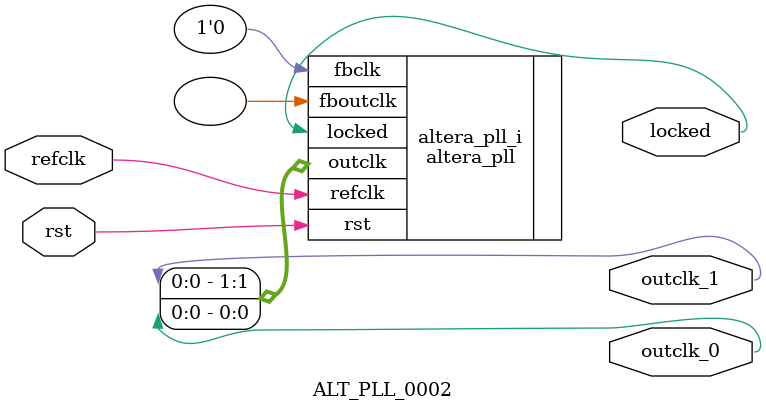
<source format=v>
`timescale 1ns/10ps
module  ALT_PLL_0002(

	// interface 'refclk'
	input wire refclk,

	// interface 'reset'
	input wire rst,

	// interface 'outclk0'
	output wire outclk_0,

	// interface 'outclk1'
	output wire outclk_1,

	// interface 'locked'
	output wire locked
);

	altera_pll #(
		.fractional_vco_multiplier("false"),
		.reference_clock_frequency("50.0 MHz"),
		.operation_mode("normal"),
		.number_of_clocks(2),
		.output_clock_frequency0("100.000000 MHz"),
		.phase_shift0("0 ps"),
		.duty_cycle0(50),
		.output_clock_frequency1("100.000000 MHz"),
		.phase_shift1("7500 ps"),
		.duty_cycle1(50),
		.output_clock_frequency2("0 MHz"),
		.phase_shift2("0 ps"),
		.duty_cycle2(50),
		.output_clock_frequency3("0 MHz"),
		.phase_shift3("0 ps"),
		.duty_cycle3(50),
		.output_clock_frequency4("0 MHz"),
		.phase_shift4("0 ps"),
		.duty_cycle4(50),
		.output_clock_frequency5("0 MHz"),
		.phase_shift5("0 ps"),
		.duty_cycle5(50),
		.output_clock_frequency6("0 MHz"),
		.phase_shift6("0 ps"),
		.duty_cycle6(50),
		.output_clock_frequency7("0 MHz"),
		.phase_shift7("0 ps"),
		.duty_cycle7(50),
		.output_clock_frequency8("0 MHz"),
		.phase_shift8("0 ps"),
		.duty_cycle8(50),
		.output_clock_frequency9("0 MHz"),
		.phase_shift9("0 ps"),
		.duty_cycle9(50),
		.output_clock_frequency10("0 MHz"),
		.phase_shift10("0 ps"),
		.duty_cycle10(50),
		.output_clock_frequency11("0 MHz"),
		.phase_shift11("0 ps"),
		.duty_cycle11(50),
		.output_clock_frequency12("0 MHz"),
		.phase_shift12("0 ps"),
		.duty_cycle12(50),
		.output_clock_frequency13("0 MHz"),
		.phase_shift13("0 ps"),
		.duty_cycle13(50),
		.output_clock_frequency14("0 MHz"),
		.phase_shift14("0 ps"),
		.duty_cycle14(50),
		.output_clock_frequency15("0 MHz"),
		.phase_shift15("0 ps"),
		.duty_cycle15(50),
		.output_clock_frequency16("0 MHz"),
		.phase_shift16("0 ps"),
		.duty_cycle16(50),
		.output_clock_frequency17("0 MHz"),
		.phase_shift17("0 ps"),
		.duty_cycle17(50),
		.pll_type("General"),
		.pll_subtype("General")
	) altera_pll_i (
		.rst	(rst),
		.outclk	({outclk_1, outclk_0}),
		.locked	(locked),
		.fboutclk	( ),
		.fbclk	(1'b0),
		.refclk	(refclk)
	);
endmodule


</source>
